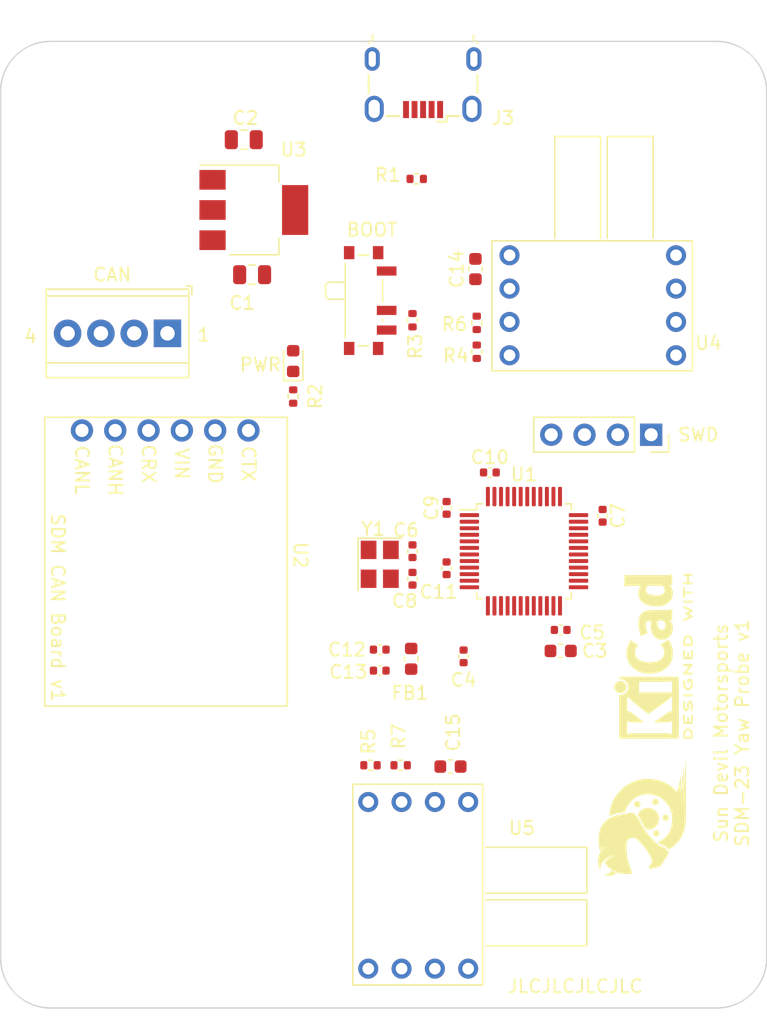
<source format=kicad_pcb>
(kicad_pcb (version 20211014) (generator pcbnew)
  (title_block (title "SDM-23 Yaw Probe") (date "2022-10-26") (rev "v1") (company "Sun Devil Motorsports") (comment 1 "STM32 Variant"))
  (layers (0 "F.Cu" signal) (31 "B.Cu" power) (34 "B.Paste" user) (35 "F.Paste" user) (36 "B.SilkS" user "B.Silkscreen") (37 "F.SilkS" user "F.Silkscreen") (38 "B.Mask" user) (39 "F.Mask" user) (44 "Edge.Cuts" user))
  (net 0 "")
  (net 1 "VBUS")
  (net 2 "GND")
  (net 3 "+3.3V")
  (net 4 "/NRST")
  (net 5 "/OSC_IN")
  (net 6 "/OSC_OUT")
  (net 7 "+3.3VA")
  (net 8 "/PWR_LED")
  (net 9 "/SWDIO")
  (net 10 "/SWCLK")
  (net 11 "/USB_D-")
  (net 12 "/USB_D+")
  (net 15 "/SW_BOOT0")
  (net 16 "/BOOT0")
  (net 17 "/I2C1_SCL")
  (net 18 "/I2C2_SCL")
  (net 19 "/I2C1_SDA")
  (net 20 "/I2C2_SDA")
  (net 21 "/CAN_RX")
  (net 22 "/CAN_TX")
  (net 31 "/CANH")
  (net 32 "/CANL")
  (footprint "SDM:Logo" (layer "F.Cu") (at 179.414 117.576 90)
    (fp_text reference "G***" hide)
    (fp_text value "LOGO" hide)
  )
  (footprint "Resistor_SMD:R_0402_1005Metric" (layer "F.Cu") (at 166.829 79.971 90)
    (fp_text reference "R6" (at -0.1 -1.7 180) (layer "F.SilkS"))
    (fp_text value "4k7")
    (pad "1" smd roundrect (at -0.51 0 90) (size 0.54 0.64) (layers "F.Cu" "F.Paste" "F.Mask") (net 3 "+3.3V"))
    (pad "2" smd roundrect (at 0.51 0 90) (size 0.54 0.64) (layers "F.Cu" "F.Paste" "F.Mask") (net 19 "/I2C1_SDA"))
  )
  (footprint "Capacitor_SMD:C_0402_1005Metric" (layer "F.Cu") (at 159.429 104.871 180)
    (fp_text reference "C12" (at 2.5 0 180) (layer "F.SilkS"))
    (fp_text value "1uF")
    (pad "1" smd roundrect (at -0.48 0 180) (size 0.56 0.62) (layers "F.Cu" "F.Paste" "F.Mask") (net 7 "+3.3VA"))
    (pad "2" smd roundrect (at 0.48 0 180) (size 0.56 0.62) (layers "F.Cu" "F.Paste" "F.Mask") (net 2 "GND"))
  )
  (footprint "Inductor_SMD:L_0603_1608Metric" (layer "F.Cu") (at 161.829 105.571 90)
    (fp_text reference "FB1" (at -2.6 -0.1 180) (layer "F.SilkS"))
    (fp_text value "120R")
    (pad "1" smd roundrect (at -0.7875 0 90) (size 0.875 0.95) (layers "F.Cu" "F.Paste" "F.Mask") (net 3 "+3.3V"))
    (pad "2" smd roundrect (at 0.7875 0 90) (size 0.875 0.95) (layers "F.Cu" "F.Paste" "F.Mask") (net 7 "+3.3VA"))
  )
  (footprint "Capacitor_SMD:C_0402_1005Metric" (layer "F.Cu") (at 159.429 106.471 180)
    (fp_text reference "C13" (at 2.4 -0.1 180) (layer "F.SilkS"))
    (fp_text value "1uF")
    (pad "1" smd roundrect (at -0.48 0 180) (size 0.56 0.62) (layers "F.Cu" "F.Paste" "F.Mask") (net 3 "+3.3V"))
    (pad "2" smd roundrect (at 0.48 0 180) (size 0.56 0.62) (layers "F.Cu" "F.Paste" "F.Mask") (net 2 "GND"))
  )
  (footprint "MountingHole:MountingHole_3.2mm_M3" (layer "F.Cu") (at 185.129 62.331)
    (fp_text reference "H1" hide)
    (fp_text value "M3")
    (pad "" np_thru_hole circle (at 0 0) (size 3.2 3.2) (drill 3.2) (layers *.Cu *.Mask))
  )
  (footprint "Capacitor_SMD:C_0603_1608Metric" (layer "F.Cu") (at 166.729 75.871 90)
    (fp_text reference "C14" (at 0 -1.43 90) (layer "F.SilkS"))
    (fp_text value "0.1uF")
    (pad "1" smd roundrect (at -0.775 0 90) (size 0.9 0.95) (layers "F.Cu" "F.Paste" "F.Mask") (net 3 "+3.3V"))
    (pad "2" smd roundrect (at 0.775 0 90) (size 0.9 0.95) (layers "F.Cu" "F.Paste" "F.Mask") (net 2 "GND"))
  )
  (footprint "Capacitor_SMD:C_0402_1005Metric" (layer "F.Cu") (at 165.825 105.384 -90)
    (fp_text reference "C4" (at 1.8 0 180) (layer "F.SilkS"))
    (fp_text value "100nF")
    (pad "1" smd roundrect (at -0.48 0 270) (size 0.56 0.62) (layers "F.Cu" "F.Paste" "F.Mask") (net 4 "/NRST"))
    (pad "2" smd roundrect (at 0.48 0 270) (size 0.56 0.62) (layers "F.Cu" "F.Paste" "F.Mask") (net 2 "GND"))
  )
  (footprint "Symbol:KiCad-Logo2_5mm_SilkScreen" (layer "F.Cu") (at 180.303 105.384 90)
    (fp_text reference "REF**" hide)
    (fp_text value "KiCad-Logo2_5mm_SilkScreen" hide)
  )
  (footprint "Package_QFP:LQFP-48_7x7mm_P0.5mm" (layer "F.Cu") (at 170.429 97.371)
    (fp_text reference "U1" (at 0 -5.85) (layer "F.SilkS"))
    (fp_text value "STM32F072C8Tx")
    (pad "1" smd roundrect (at -4.1625 -2.75) (size 1.475 0.3) (layers "F.Cu" "F.Paste" "F.Mask") (net 3 "+3.3V"))
    (pad "2" smd roundrect (at -4.1625 -2.25) (size 1.475 0.3) (layers "F.Cu" "F.Paste" "F.Mask"))
    (pad "3" smd roundrect (at -4.1625 -1.75) (size 1.475 0.3) (layers "F.Cu" "F.Paste" "F.Mask"))
    (pad "4" smd roundrect (at -4.1625 -1.25) (size 1.475 0.3) (layers "F.Cu" "F.Paste" "F.Mask"))
    (pad "5" smd roundrect (at -4.1625 -0.75) (size 1.475 0.3) (layers "F.Cu" "F.Paste" "F.Mask") (net 5 "/OSC_IN"))
    (pad "6" smd roundrect (at -4.1625 -0.25) (size 1.475 0.3) (layers "F.Cu" "F.Paste" "F.Mask") (net 6 "/OSC_OUT"))
    (pad "7" smd roundrect (at -4.1625 0.25) (size 1.475 0.3) (layers "F.Cu" "F.Paste" "F.Mask") (net 4 "/NRST"))
    (pad "8" smd roundrect (at -4.1625 0.75) (size 1.475 0.3) (layers "F.Cu" "F.Paste" "F.Mask") (net 2 "GND"))
    (pad "9" smd roundrect (at -4.1625 1.25) (size 1.475 0.3) (layers "F.Cu" "F.Paste" "F.Mask") (net 7 "+3.3VA"))
    (pad "10" smd roundrect (at -4.1625 1.75) (size 1.475 0.3) (layers "F.Cu" "F.Paste" "F.Mask"))
    (pad "11" smd roundrect (at -4.1625 2.25) (size 1.475 0.3) (layers "F.Cu" "F.Paste" "F.Mask"))
    (pad "12" smd roundrect (at -4.1625 2.75) (size 1.475 0.3) (layers "F.Cu" "F.Paste" "F.Mask"))
    (pad "13" smd roundrect (at -2.75 4.1625) (size 0.3 1.475) (layers "F.Cu" "F.Paste" "F.Mask"))
    (pad "14" smd roundrect (at -2.25 4.1625) (size 0.3 1.475) (layers "F.Cu" "F.Paste" "F.Mask"))
    (pad "15" smd roundrect (at -1.75 4.1625) (size 0.3 1.475) (layers "F.Cu" "F.Paste" "F.Mask"))
    (pad "16" smd roundrect (at -1.25 4.1625) (size 0.3 1.475) (layers "F.Cu" "F.Paste" "F.Mask"))
    (pad "17" smd roundrect (at -0.75 4.1625) (size 0.3 1.475) (layers "F.Cu" "F.Paste" "F.Mask"))
    (pad "18" smd roundrect (at -0.25 4.1625) (size 0.3 1.475) (layers "F.Cu" "F.Paste" "F.Mask"))
    (pad "19" smd roundrect (at 0.25 4.1625) (size 0.3 1.475) (layers "F.Cu" "F.Paste" "F.Mask"))
    (pad "20" smd roundrect (at 0.75 4.1625) (size 0.3 1.475) (layers "F.Cu" "F.Paste" "F.Mask"))
    (pad "21" smd roundrect (at 1.25 4.1625) (size 0.3 1.475) (layers "F.Cu" "F.Paste" "F.Mask") (net 18 "/I2C2_SCL"))
    (pad "22" smd roundrect (at 1.75 4.1625) (size 0.3 1.475) (layers "F.Cu" "F.Paste" "F.Mask") (net 20 "/I2C2_SDA"))
    (pad "23" smd roundrect (at 2.25 4.1625) (size 0.3 1.475) (layers "F.Cu" "F.Paste" "F.Mask") (net 2 "GND"))
    (pad "24" smd roundrect (at 2.75 4.1625) (size 0.3 1.475) (layers "F.Cu" "F.Paste" "F.Mask") (net 3 "+3.3V"))
    (pad "25" smd roundrect (at 4.1625 2.75) (size 1.475 0.3) (layers "F.Cu" "F.Paste" "F.Mask"))
    (pad "26" smd roundrect (at 4.1625 2.25) (size 1.475 0.3) (layers "F.Cu" "F.Paste" "F.Mask"))
    (pad "27" smd roundrect (at 4.1625 1.75) (size 1.475 0.3) (layers "F.Cu" "F.Paste" "F.Mask"))
    (pad "28" smd roundrect (at 4.1625 1.25) (size 1.475 0.3) (layers "F.Cu" "F.Paste" "F.Mask"))
    (pad "29" smd roundrect (at 4.1625 0.75) (size 1.475 0.3) (layers "F.Cu" "F.Paste" "F.Mask"))
    (pad "30" smd roundrect (at 4.1625 0.25) (size 1.475 0.3) (layers "F.Cu" "F.Paste" "F.Mask"))
    (pad "31" smd roundrect (at 4.1625 -0.25) (size 1.475 0.3) (layers "F.Cu" "F.Paste" "F.Mask"))
    (pad "32" smd roundrect (at 4.1625 -0.75) (size 1.475 0.3) (layers "F.Cu" "F.Paste" "F.Mask") (net 11 "/USB_D-"))
    (pad "33" smd roundrect (at 4.1625 -1.25) (size 1.475 0.3) (layers "F.Cu" "F.Paste" "F.Mask") (net 12 "/USB_D+"))
    (pad "34" smd roundrect (at 4.1625 -1.75) (size 1.475 0.3) (layers "F.Cu" "F.Paste" "F.Mask") (net 9 "/SWDIO"))
    (pad "35" smd roundrect (at 4.1625 -2.25) (size 1.475 0.3) (layers "F.Cu" "F.Paste" "F.Mask") (net 2 "GND"))
    (pad "36" smd roundrect (at 4.1625 -2.75) (size 1.475 0.3) (layers "F.Cu" "F.Paste" "F.Mask") (net 3 "+3.3V"))
    (pad "37" smd roundrect (at 2.75 -4.1625) (size 0.3 1.475) (layers "F.Cu" "F.Paste" "F.Mask") (net 10 "/SWCLK"))
    (pad "38" smd roundrect (at 2.25 -4.1625) (size 0.3 1.475) (layers "F.Cu" "F.Paste" "F.Mask"))
    (pad "39" smd roundrect (at 1.75 -4.1625) (size 0.3 1.475) (layers "F.Cu" "F.Paste" "F.Mask"))
    (pad "40" smd roundrect (at 1.25 -4.1625) (size 0.3 1.475) (layers "F.Cu" "F.Paste" "F.Mask"))
    (pad "41" smd roundrect (at 0.75 -4.1625) (size 0.3 1.475) (layers "F.Cu" "F.Paste" "F.Mask"))
    (pad "42" smd roundrect (at 0.25 -4.1625) (size 0.3 1.475) (layers "F.Cu" "F.Paste" "F.Mask") (net 17 "/I2C1_SCL"))
    (pad "43" smd roundrect (at -0.25 -4.1625) (size 0.3 1.475) (layers "F.Cu" "F.Paste" "F.Mask") (net 19 "/I2C1_SDA"))
    (pad "44" smd roundrect (at -0.75 -4.1625) (size 0.3 1.475) (layers "F.Cu" "F.Paste" "F.Mask") (net 16 "/BOOT0"))
    (pad "45" smd roundrect (at -1.25 -4.1625) (size 0.3 1.475) (layers "F.Cu" "F.Paste" "F.Mask") (net 21 "/CAN_RX"))
    (pad "46" smd roundrect (at -1.75 -4.1625) (size 0.3 1.475) (layers "F.Cu" "F.Paste" "F.Mask") (net 22 "/CAN_TX"))
    (pad "47" smd roundrect (at -2.25 -4.1625) (size 0.3 1.475) (layers "F.Cu" "F.Paste" "F.Mask") (net 2 "GND"))
    (pad "48" smd roundrect (at -2.75 -4.1625) (size 0.3 1.475) (layers "F.Cu" "F.Paste" "F.Mask") (net 3 "+3.3V"))
  )
  (footprint "Crystal:Crystal_SMD_3225-4Pin_3.2x2.5mm" (layer "F.Cu") (at 159.429 98.371 -90)
    (fp_text reference "Y1" (at -2.7 0.5 180) (layer "F.SilkS"))
    (fp_text value "16MHz")
    (pad "1" smd rect (at -1.1 0.85 270) (size 1.4 1.2) (layers "F.Cu" "F.Paste" "F.Mask") (net 5 "/OSC_IN"))
    (pad "2" smd rect (at 1.1 0.85 270) (size 1.4 1.2) (layers "F.Cu" "F.Paste" "F.Mask") (net 2 "GND"))
    (pad "3" smd rect (at 1.1 -0.85 270) (size 1.4 1.2) (layers "F.Cu" "F.Paste" "F.Mask") (net 6 "/OSC_OUT"))
    (pad "4" smd rect (at -1.1 -0.85 270) (size 1.4 1.2) (layers "F.Cu" "F.Paste" "F.Mask") (net 2 "GND"))
  )
  (footprint "TerminalBlock_TE-Connectivity:TerminalBlock_TE_282834-4_1x04_P2.54mm_Horizontal" (layer "F.Cu") (at 143.244 80.771 180)
    (fp_text reference "J1" hide)
    (fp_text value "CONN_CAN")
    (pad "1" thru_hole rect (at 0 0 180) (size 2.1 2.1) (drill 1.1) (layers *.Cu *.Mask) (net 1 "VBUS"))
    (pad "2" thru_hole circle (at 2.54 0 180) (size 2.1 2.1) (drill 1.1) (layers *.Cu *.Mask) (net 31 "/CANH"))
    (pad "3" thru_hole circle (at 5.08 0 180) (size 2.1 2.1) (drill 1.1) (layers *.Cu *.Mask) (net 32 "/CANL"))
    (pad "4" thru_hole circle (at 7.62 0 180) (size 2.1 2.1) (drill 1.1) (layers *.Cu *.Mask) (net 2 "GND"))
  )
  (footprint "Capacitor_SMD:C_0402_1005Metric" (layer "F.Cu") (at 173.229 103.371 180)
    (fp_text reference "C5" (at -2.4 -0.2) (layer "F.SilkS"))
    (fp_text value "100nF")
    (pad "1" smd roundrect (at -0.48 0 180) (size 0.56 0.62) (layers "F.Cu" "F.Paste" "F.Mask") (net 3 "+3.3V"))
    (pad "2" smd roundrect (at 0.48 0 180) (size 0.56 0.62) (layers "F.Cu" "F.Paste" "F.Mask") (net 2 "GND"))
  )
  (footprint "Capacitor_SMD:C_0402_1005Metric" (layer "F.Cu") (at 161.929 97.371 90)
    (fp_text reference "C6" (at 1.6 -0.5 180) (layer "F.SilkS"))
    (fp_text value "10pF")
    (pad "1" smd roundrect (at -0.48 0 90) (size 0.56 0.62) (layers "F.Cu" "F.Paste" "F.Mask") (net 5 "/OSC_IN"))
    (pad "2" smd roundrect (at 0.48 0 90) (size 0.56 0.62) (layers "F.Cu" "F.Paste" "F.Mask") (net 2 "GND"))
  )
  (footprint "MountingHole:MountingHole_3.2mm_M3" (layer "F.Cu") (at 185.129 128.371)
    (fp_text reference "H4" hide)
    (fp_text value "M3")
    (pad "" np_thru_hole circle (at 0 0) (size 3.2 3.2) (drill 3.2) (layers *.Cu *.Mask))
  )
  (footprint "SDM:MS4525-DSvoxxxyP" (layer "F.Cu") (at 175.629 79.871 180)
    (fp_text reference "U4" (at -8.865 -1.637 unlocked) (layer "F.SilkS"))
    (fp_text value "MS4525DO")
    (pad "1" thru_hole circle (at 6.3 5.05 180) (size 1.53 1.53) (drill 0.89) (layers *.Cu *.Mask) (net 2 "GND"))
    (pad "2" thru_hole circle (at 6.3 2.51 180) (size 1.53 1.53) (drill 0.89) (layers *.Cu *.Mask) (net 3 "+3.3V"))
    (pad "3" thru_hole circle (at 6.3 -0.03 180) (size 1.53 1.53) (drill 0.89) (layers *.Cu *.Mask) (net 19 "/I2C1_SDA"))
    (pad "4" thru_hole circle (at 6.3 -2.57 180) (size 1.53 1.53) (drill 0.89) (layers *.Cu *.Mask) (net 17 "/I2C1_SCL"))
    (pad "5" thru_hole circle (at -6.4 -2.57 180) (size 1.53 1.53) (drill 0.89) (layers *.Cu *.Mask))
    (pad "6" thru_hole circle (at -6.4 -0.03 180) (size 1.53 1.53) (drill 0.89) (layers *.Cu *.Mask))
    (pad "7" thru_hole circle (at -6.4 2.51 180) (size 1.53 1.53) (drill 0.89) (layers *.Cu *.Mask))
    (pad "8" thru_hole circle (at -6.4 5.05 180) (size 1.53 1.53) (drill 0.89) (layers *.Cu *.Mask))
  )
  (footprint "Resistor_SMD:R_0402_1005Metric" (layer "F.Cu") (at 162.25 69)
    (fp_text reference "R1" (at -2.2 -0.3) (layer "F.SilkS"))
    (fp_text value "1k5")
    (pad "1" smd roundrect (at -0.51 0) (size 0.54 0.64) (layers "F.Cu" "F.Paste" "F.Mask") (net 3 "+3.3V"))
    (pad "2" smd roundrect (at 0.51 0) (size 0.54 0.64) (layers "F.Cu" "F.Paste" "F.Mask") (net 12 "/USB_D+"))
  )
  (footprint "Resistor_SMD:R_0402_1005Metric" (layer "F.Cu") (at 161.026 113.683)
    (fp_text reference "R7" (at -0.153641 -2.2 90) (layer "F.SilkS"))
    (fp_text value "4k7")
    (pad "1" smd roundrect (at -0.51 0) (size 0.54 0.64) (layers "F.Cu" "F.Paste" "F.Mask") (net 3 "+3.3V"))
    (pad "2" smd roundrect (at 0.51 0) (size 0.54 0.64) (layers "F.Cu" "F.Paste" "F.Mask") (net 20 "/I2C2_SDA"))
  )
  (footprint "SDM:MS4525-DSvoxxxyP" (layer "F.Cu") (at 161.126 122.783 90)
    (fp_text reference "U5" (at 4.318 9.144 unlocked) (layer "F.SilkS"))
    (fp_text value "MS4525DO")
    (pad "1" thru_hole circle (at 6.3 5.05 90) (size 1.53 1.53) (drill 0.89) (layers *.Cu *.Mask) (net 2 "GND"))
    (pad "2" thru_hole circle (at 6.3 2.51 90) (size 1.53 1.53) (drill 0.89) (layers *.Cu *.Mask) (net 3 "+3.3V"))
    (pad "3" thru_hole circle (at 6.3 -0.03 90) (size 1.53 1.53) (drill 0.89) (layers *.Cu *.Mask) (net 20 "/I2C2_SDA"))
    (pad "4" thru_hole circle (at 6.3 -2.57 90) (size 1.53 1.53) (drill 0.89) (layers *.Cu *.Mask) (net 18 "/I2C2_SCL"))
    (pad "5" thru_hole circle (at -6.4 -2.57 90) (size 1.53 1.53) (drill 0.89) (layers *.Cu *.Mask))
    (pad "6" thru_hole circle (at -6.4 -0.03 90) (size 1.53 1.53) (drill 0.89) (layers *.Cu *.Mask))
    (pad "7" thru_hole circle (at -6.4 2.51 90) (size 1.53 1.53) (drill 0.89) (layers *.Cu *.Mask))
    (pad "8" thru_hole circle (at -6.4 5.05 90) (size 1.53 1.53) (drill 0.89) (layers *.Cu *.Mask))
  )
  (footprint "Capacitor_SMD:C_0805_2012Metric" (layer "F.Cu") (at 149.696 76.301)
    (fp_text reference "C1" (at -0.762 2.159) (layer "F.SilkS"))
    (fp_text value "22uF")
    (pad "1" smd roundrect (at -0.95 0) (size 1 1.45) (layers "F.Cu" "F.Paste" "F.Mask") (net 1 "VBUS"))
    (pad "2" smd roundrect (at 0.95 0) (size 1 1.45) (layers "F.Cu" "F.Paste" "F.Mask") (net 2 "GND"))
  )
  (footprint "Package_TO_SOT_SMD:SOT-223-3_TabPin2" (layer "F.Cu") (at 149.829 71.371)
    (fp_text reference "U3" (at 3.042 -4.595) (layer "F.SilkS"))
    (fp_text value "AMS1117-3.3")
    (pad "1" smd rect (at -3.15 -2.3) (size 2 1.5) (layers "F.Cu" "F.Paste" "F.Mask") (net 2 "GND"))
    (pad "2" smd rect (at -3.15 0) (size 2 1.5) (layers "F.Cu" "F.Paste" "F.Mask") (net 3 "+3.3V"))
    (pad "2" smd rect (at 3.15 0) (size 2 3.8) (layers "F.Cu" "F.Paste" "F.Mask") (net 3 "+3.3V"))
    (pad "3" smd rect (at -3.15 2.3) (size 2 1.5) (layers "F.Cu" "F.Paste" "F.Mask") (net 1 "VBUS"))
  )
  (footprint "Resistor_SMD:R_0402_1005Metric" (layer "F.Cu") (at 161.929 79.771 -90)
    (fp_text reference "R3" (at 1.991 -0.213 90) (layer "F.SilkS"))
    (fp_text value "10k")
    (pad "1" smd roundrect (at -0.51 0 270) (size 0.54 0.64) (layers "F.Cu" "F.Paste" "F.Mask") (net 15 "/SW_BOOT0"))
    (pad "2" smd roundrect (at 0.51 0 270) (size 0.54 0.64) (layers "F.Cu" "F.Paste" "F.Mask") (net 16 "/BOOT0"))
  )
  (footprint "Capacitor_SMD:C_0402_1005Metric" (layer "F.Cu") (at 167.829 91.371)
    (fp_text reference "C10" (at 0 -1.16) (layer "F.SilkS"))
    (fp_text value "100nF")
    (pad "1" smd roundrect (at -0.48 0) (size 0.56 0.62) (layers "F.Cu" "F.Paste" "F.Mask") (net 3 "+3.3V"))
    (pad "2" smd roundrect (at 0.48 0) (size 0.56 0.62) (layers "F.Cu" "F.Paste" "F.Mask") (net 2 "GND"))
  )
  (footprint "Capacitor_SMD:C_0805_2012Metric" (layer "F.Cu") (at 149.061 66.014 180)
    (fp_text reference "C2" (at -0.127 1.651) (layer "F.SilkS"))
    (fp_text value "22uF")
    (pad "1" smd roundrect (at -0.95 0 180) (size 1 1.45) (layers "F.Cu" "F.Paste" "F.Mask") (net 3 "+3.3V"))
    (pad "2" smd roundrect (at 0.95 0 180) (size 1 1.45) (layers "F.Cu" "F.Paste" "F.Mask") (net 2 "GND"))
  )
  (footprint "MountingHole:MountingHole_3.2mm_M3" (layer "F.Cu") (at 134.329 62.331)
    (fp_text reference "H2" hide)
    (fp_text value "M3")
    (pad "" np_thru_hole circle (at 0 0) (size 3.2 3.2) (drill 3.2) (layers *.Cu *.Mask))
  )
  (footprint "Capacitor_SMD:C_0603_1608Metric" (layer "F.Cu") (at 164.826 113.783)
    (fp_text reference "C15" (at 0.2 -2.6 90) (layer "F.SilkS"))
    (fp_text value "0.1uF")
    (pad "1" smd roundrect (at -0.775 0) (size 0.9 0.95) (layers "F.Cu" "F.Paste" "F.Mask") (net 3 "+3.3V"))
    (pad "2" smd roundrect (at 0.775 0) (size 0.9 0.95) (layers "F.Cu" "F.Paste" "F.Mask") (net 2 "GND"))
  )
  (footprint "Resistor_SMD:R_0402_1005Metric" (layer "F.Cu") (at 152.829 85.5835 -90)
    (fp_text reference "R2" (at -0.0115 -1.693 90) (layer "F.SilkS"))
    (fp_text value "1k5")
    (pad "1" smd roundrect (at -0.51 0 270) (size 0.54 0.64) (layers "F.Cu" "F.Paste" "F.Mask") (net 8 "/PWR_LED"))
    (pad "2" smd roundrect (at 0.51 0 270) (size 0.54 0.64) (layers "F.Cu" "F.Paste" "F.Mask") (net 2 "GND"))
  )
  (footprint "Resistor_SMD:R_0402_1005Metric" (layer "F.Cu") (at 158.726 113.683 180)
    (fp_text reference "R5" (at 0.153641 1.8 90) (layer "F.SilkS"))
    (fp_text value "4k7")
    (pad "1" smd roundrect (at -0.51 0 180) (size 0.54 0.64) (layers "F.Cu" "F.Paste" "F.Mask") (net 3 "+3.3V"))
    (pad "2" smd roundrect (at 0.51 0 180) (size 0.54 0.64) (layers "F.Cu" "F.Paste" "F.Mask") (net 18 "/I2C2_SCL"))
  )
  (footprint "Button_Switch_SMD:SW_SPDT_PCM12" (layer "F.Cu") (at 158.529 78.271 -90)
    (fp_text reference "SW1" hide)
    (fp_text value "SW_SPDT")
    (pad "" smd rect (at -3.65 -0.78 270) (size 1 0.8) (layers "F.Cu" "F.Paste" "F.Mask"))
    (pad "" np_thru_hole circle (at 1.5 0.33 270) (size 0.9 0.9) (drill 0.9) (layers *.Cu *.Mask))
    (pad "" smd rect (at 3.65 1.43 270) (size 1 0.8) (layers "F.Cu" "F.Paste" "F.Mask"))
    (pad "" smd rect (at 3.65 -0.78 270) (size 1 0.8) (layers "F.Cu" "F.Paste" "F.Mask"))
    (pad "" np_thru_hole circle (at -1.5 0.33 270) (size 0.9 0.9) (drill 0.9) (layers *.Cu *.Mask))
    (pad "" smd rect (at -3.65 1.43 270) (size 1 0.8) (layers "F.Cu" "F.Paste" "F.Mask"))
    (pad "1" smd rect (at -2.25 -1.43 270) (size 0.7 1.5) (layers "F.Cu" "F.Paste" "F.Mask") (net 2 "GND"))
    (pad "2" smd rect (at 0.75 -1.43 270) (size 0.7 1.5) (layers "F.Cu" "F.Paste" "F.Mask") (net 15 "/SW_BOOT0"))
    (pad "3" smd rect (at 2.25 -1.43 270) (size 0.7 1.5) (layers "F.Cu" "F.Paste" "F.Mask") (net 3 "+3.3V"))
  )
  (footprint "Capacitor_SMD:C_0402_1005Metric" (layer "F.Cu") (at 176.429 94.671 -90)
    (fp_text reference "C7" (at 0 -1.16 90) (layer "F.SilkS"))
    (fp_text value "100nF")
    (pad "1" smd roundrect (at -0.48 0 270) (size 0.56 0.62) (layers "F.Cu" "F.Paste" "F.Mask") (net 3 "+3.3V"))
    (pad "2" smd roundrect (at 0.48 0 270) (size 0.56 0.62) (layers "F.Cu" "F.Paste" "F.Mask") (net 2 "GND"))
  )
  (footprint "LED_SMD:LED_0603_1608Metric" (layer "F.Cu") (at 152.829 82.8835 90)
    (fp_text reference "D1" hide)
    (fp_text value "GREEN")
    (pad "1" smd roundrect (at -0.7875 0 90) (size 0.875 0.95) (layers "F.Cu" "F.Paste" "F.Mask") (net 8 "/PWR_LED"))
    (pad "2" smd roundrect (at 0.7875 0 90) (size 0.875 0.95) (layers "F.Cu" "F.Paste" "F.Mask") (net 3 "+3.3V"))
  )
  (footprint "Connector_USB:USB_Micro-B_Wuerth_629105150521" (layer "F.Cu") (at 162.734 61.816 180)
    (fp_text reference "J3" (at -6.095 -2.545 180) (layer "F.SilkS"))
    (fp_text value "USB_B_Micro")
    (pad "" np_thru_hole oval (at 2.5 -0.8 180) (size 0.8 0.8) (drill 0.8) (layers *.Cu *.Mask))
    (pad "" np_thru_hole oval (at -2.5 -0.8 180) (size 0.8 0.8) (drill 0.8) (layers *.Cu *.Mask))
    (pad "1" smd rect (at -1.3 -1.9 180) (size 0.45 1.3) (layers "F.Cu" "F.Paste" "F.Mask") (net 1 "VBUS"))
    (pad "2" smd rect (at -0.65 -1.9 180) (size 0.45 1.3) (layers "F.Cu" "F.Paste" "F.Mask") (net 11 "/USB_D-"))
    (pad "3" smd rect (at 0 -1.9 180) (size 0.45 1.3) (layers "F.Cu" "F.Paste" "F.Mask") (net 12 "/USB_D+"))
    (pad "4" smd rect (at 0.65 -1.9 180) (size 0.45 1.3) (layers "F.Cu" "F.Paste" "F.Mask"))
    (pad "5" smd rect (at 1.3 -1.9 180) (size 0.45 1.3) (layers "F.Cu" "F.Paste" "F.Mask") (net 2 "GND"))
    (pad "6" thru_hole oval (at 3.725 -1.85 180) (size 1.45 2) (drill oval 0.85 1.4) (layers *.Cu *.Mask))
    (pad "6" thru_hole oval (at -3.725 -1.85 180) (size 1.45 2) (drill oval 0.85 1.4) (layers *.Cu *.Mask))
    (pad "6" thru_hole oval (at 3.875 1.95 180) (size 1.15 1.8) (drill oval 0.55 1.2) (layers *.Cu *.Mask))
    (pad "6" thru_hole oval (at -3.875 1.95 180) (size 1.15 1.8) (drill oval 0.55 1.2) (layers *.Cu *.Mask))
  )
  (footprint "Capacitor_SMD:C_0402_1005Metric" (layer "F.Cu") (at 164.529 98.671 90)
    (fp_text reference "C11" (at -1.8 -0.6 180) (layer "F.SilkS"))
    (fp_text value "10nF")
    (pad "1" smd roundrect (at -0.48 0 90) (size 0.56 0.62) (layers "F.Cu" "F.Paste" "F.Mask") (net 7 "+3.3VA"))
    (pad "2" smd roundrect (at 0.48 0 90) (size 0.56 0.62) (layers "F.Cu" "F.Paste" "F.Mask") (net 2 "GND"))
  )
  (footprint "MountingHole:MountingHole_3.2mm_M3" (layer "F.Cu") (at 134.329 128.371)
    (fp_text reference "H3" hide)
    (fp_text value "M3")
    (pad "" np_thru_hole circle (at 0 0) (size 3.2 3.2) (drill 3.2) (layers *.Cu *.Mask))
  )
  (footprint "Connector_PinSocket_2.54mm:PinSocket_1x04_P2.54mm_Vertical" (layer "F.Cu") (at 180.129 88.496 -90)
    (fp_text reference "J2" hide)
    (fp_text value "Conn_01x04_Male")
    (pad "1" thru_hole rect (at 0 0 270) (size 1.7 1.7) (drill 1) (layers *.Cu *.Mask) (net 3 "+3.3V"))
    (pad "2" thru_hole oval (at 0 2.54 270) (size 1.7 1.7) (drill 1) (layers *.Cu *.Mask) (net 9 "/SWDIO"))
    (pad "3" thru_hole oval (at 0 5.08 270) (size 1.7 1.7) (drill 1) (layers *.Cu *.Mask) (net 10 "/SWCLK"))
    (pad "4" thru_hole oval (at 0 7.62 270) (size 1.7 1.7) (drill 1) (layers *.Cu *.Mask) (net 2 "GND"))
  )
  (footprint "Capacitor_SMD:C_0603_1608Metric" (layer "F.Cu") (at 173.229 104.971 180)
    (fp_text reference "C3" (at -2.6 0) (layer "F.SilkS"))
    (fp_text value "10uF")
    (pad "1" smd roundrect (at -0.775 0 180) (size 0.9 0.95) (layers "F.Cu" "F.Paste" "F.Mask") (net 3 "+3.3V"))
    (pad "2" smd roundrect (at 0.775 0 180) (size 0.9 0.95) (layers "F.Cu" "F.Paste" "F.Mask") (net 2 "GND"))
  )
  (footprint "Resistor_SMD:R_0402_1005Metric" (layer "F.Cu") (at 166.829 82.171 -90)
    (fp_text reference "R4" (at 0.3 1.6 180) (layer "F.SilkS"))
    (fp_text value "4k7")
    (pad "1" smd roundrect (at -0.51 0 270) (size 0.54 0.64) (layers "F.Cu" "F.Paste" "F.Mask") (net 3 "+3.3V"))
    (pad "2" smd roundrect (at 0.51 0 270) (size 0.54 0.64) (layers "F.Cu" "F.Paste" "F.Mask") (net 17 "/I2C1_SCL"))
  )
  (footprint "Capacitor_SMD:C_0402_1005Metric" (layer "F.Cu") (at 164.529 94.071 90)
    (fp_text reference "C9" (at 0 -1.16 90) (layer "F.SilkS"))
    (fp_text value "100nF")
    (pad "1" smd roundrect (at -0.48 0 90) (size 0.56 0.62) (layers "F.Cu" "F.Paste" "F.Mask") (net 3 "+3.3V"))
    (pad "2" smd roundrect (at 0.48 0 90) (size 0.56 0.62) (layers "F.Cu" "F.Paste" "F.Mask") (net 2 "GND"))
  )
  (footprint "SDM:SDM_CANBoard_v1" (layer "F.Cu") (at 151.379 97.671 -90)
    (fp_text reference "U2" (at 0 -2 -90 unlocked) (layer "F.SilkS"))
    (fp_text value "SN65HVD230_CAN_Transceiver")
    (fp_text user "CANL" (at -6.5 14.66 -90 unlocked) (layer "F.SilkS"))
    (fp_text user "GND" (at -6.96 4.5 -90 unlocked) (layer "F.SilkS"))
    (fp_text user "VIN" (at -6.96 7.04 -90 unlocked) (layer "F.SilkS"))
    (fp_text user "SDM CAN Board v1" (at 4 16.5 -90 unlocked) (layer "F.SilkS"))
    (fp_text user "CANH" (at -6.5 12.12 -90 unlocked) (layer "F.SilkS"))
    (fp_text user "CRX" (at -6.96 9.58 -90 unlocked) (layer "F.SilkS"))
    (fp_text user "CTX" (at -6.96 1.96 -90 unlocked) (layer "F.SilkS"))
    (pad "1" thru_hole circle (at -9.5 1.96 270) (size 1.7 1.7) (drill 1) (layers *.Cu *.Mask) (net 22 "/CAN_TX"))
    (pad "2" thru_hole circle (at -9.5 4.5 270) (size 1.7 1.7) (drill 1) (layers *.Cu *.Mask) (net 2 "GND"))
    (pad "3" thru_hole circle (at -9.5 7.04 270) (size 1.7 1.7) (drill 1) (layers *.Cu *.Mask) (net 3 "+3.3V"))
    (pad "4" thru_hole circle (at -9.5 9.58 270) (size 1.7 1.7) (drill 1) (layers *.Cu *.Mask) (net 21 "/CAN_RX"))
    (pad "5" thru_hole circle (at -9.5 12.12 270) (size 1.7 1.7) (drill 1) (layers *.Cu *.Mask) (net 31 "/CANH"))
    (pad "6" thru_hole circle (at -9.5 14.66 270) (size 1.7 1.7) (drill 1) (layers *.Cu *.Mask) (net 32 "/CANL"))
  )
  (footprint "Capacitor_SMD:C_0402_1005Metric" (layer "F.Cu") (at 161.929 99.471 -90)
    (fp_text reference "C8" (at 1.7 0.6) (layer "F.SilkS"))
    (fp_text value "10pF")
    (pad "1" smd roundrect (at -0.48 0 270) (size 0.56 0.62) (layers "F.Cu" "F.Paste" "F.Mask") (net 6 "/OSC_OUT"))
    (pad "2" smd roundrect (at 0.48 0 270) (size 0.56 0.62) (layers "F.Cu" "F.Paste" "F.Mask") (net 2 "GND"))
  )
  (gr_arc (start 130.519 62.331) (mid 131.634923 59.636923) (end 134.329 58.521) (layer "Edge.Cuts") (width 0.1))
  (gr_arc (start 185.129 58.521) (mid 187.823077 59.636923) (end 188.939 62.331) (layer "Edge.Cuts") (width 0.1))
  (gr_line (start 188.939 128.371) (end 188.939 62.331) (layer "Edge.Cuts") (width 0.1))
  (gr_line (start 185.129 58.521) (end 134.329 58.521) (layer "Edge.Cuts") (width 0.1))
  (gr_line (start 185.129 132.181) (end 134.329 132.181) (layer "Edge.Cuts") (width 0.1))
  (gr_arc (start 188.939 128.371) (mid 187.823077 131.065077) (end 185.129 132.181) (layer "Edge.Cuts") (width 0.1))
  (gr_line (start 130.519 62.331) (end 130.519 128.371) (layer "Edge.Cuts") (width 0.1))
  (gr_arc (start 134.329 132.181) (mid 131.634923 131.065077) (end 130.519 128.371) (layer "Edge.Cuts") (width 0.1))
  (gr_text "PWR" (at 150.331 83.159) (layer "F.SilkS") (effects (font (size 1 1))))
  (gr_text "SWD" (at 183.732 88.493) (layer "F.SilkS") (effects (font (size 1 1))))
  (gr_text "JLCJLCJLCJLC" (at 174.334 130.53) (layer "F.SilkS") (effects (font (size 1 1))))
  (gr_text "1" (at 146.013 80.873) (layer "F.SilkS") (effects (font (size 1 1))))
  (gr_text "4" (at 132.805 81) (layer "F.SilkS") (effects (font (size 1 1))))
  (gr_text "BOOT" (at 158.84 72.872) (layer "F.SilkS") (effects (font (size 1 1))))
  (gr_text "CAN" (at 139.028 76.301) (layer "F.SilkS") (effects (font (size 1 1))))
  (gr_text "Sun Devil Motorsports\nSDM-23 Yaw Probe v1" (at 186.272 111.226 90) (layer "F.SilkS") (effects (font (size 1 1))))
)
</source>
